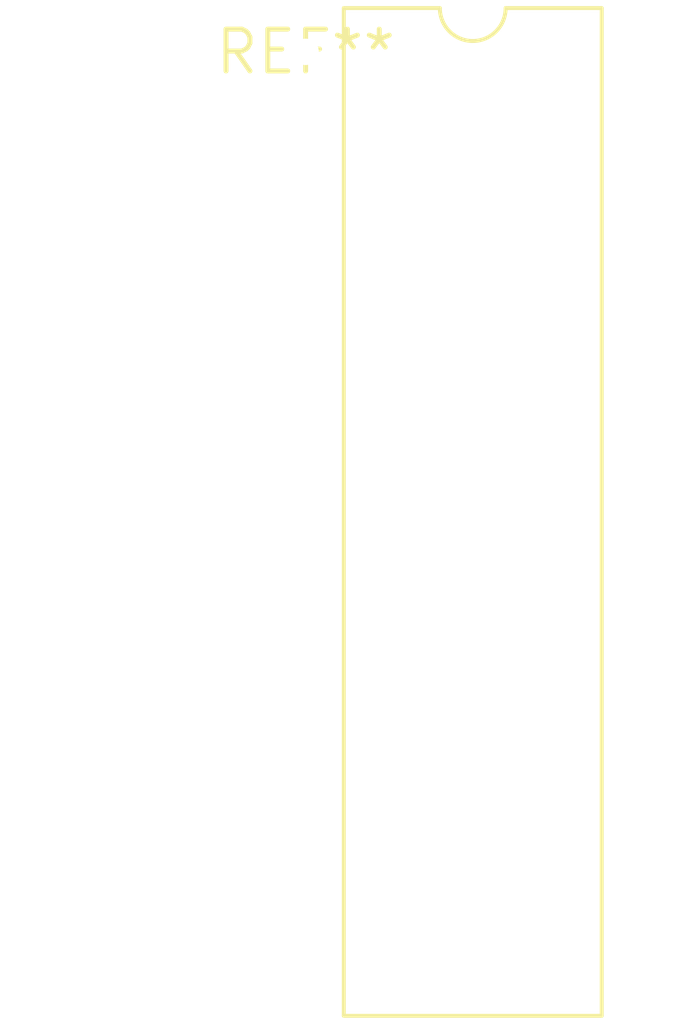
<source format=kicad_pcb>
(kicad_pcb (version 20240108) (generator pcbnew)
  (layers (0 "F.Cu" signal) (31 "B.Cu" signal) (34 "B.Paste" user) (35 "F.Paste" user) (36 "B.SilkS" user "B.Silkscreen") (37 "F.SilkS" user "F.Silkscreen") (38 "B.Mask" user) (39 "F.Mask" user) (44 "Edge.Cuts" user))
  (net 0 "")
  (footprint "DIP-24_W10.16mm" (layer "F.Cu") (at 0 0)
    (property "Reference" "REF**")
    (property "Value" "DIP-24_W10.16mm")
    (fp_line (start 1.16 -1.33) (end 1.16 29.27) (layer "F.SilkS") (stroke (width 0.12)))
    (fp_line (start 1.16 29.27) (end 9 29.27) (layer "F.SilkS") (stroke (width 0.12)))
    (fp_line (start 4.08 -1.33) (end 1.16 -1.33) (layer "F.SilkS") (stroke (width 0.12)))
    (fp_line (start 9 -1.33) (end 6.08 -1.33) (layer "F.SilkS") (stroke (width 0.12)))
    (fp_line (start 9 29.27) (end 9 -1.33) (layer "F.SilkS") (stroke (width 0.12)))
    (fp_arc (start 6.08 -1.33) (mid 5.08 -0.33) (end 4.08 -1.33) (layer "F.SilkS") (stroke (width 0.12)))
    (pad "1" thru_hole rect (at 0 0) (size 1.6 1.6) (drill 0.8) (layers *.Cu *.Mask) (remove_unused_layers))
    (pad "2" thru_hole oval (at 0 2.54) (size 1.6 1.6) (drill 0.8) (layers *.Cu *.Mask) (remove_unused_layers))
    (pad "3" thru_hole oval (at 0 5.08) (size 1.6 1.6) (drill 0.8) (layers *.Cu *.Mask) (remove_unused_layers))
    (pad "4" thru_hole oval (at 0 7.62) (size 1.6 1.6) (drill 0.8) (layers *.Cu *.Mask) (remove_unused_layers))
    (pad "5" thru_hole oval (at 0 10.16) (size 1.6 1.6) (drill 0.8) (layers *.Cu *.Mask) (remove_unused_layers))
    (pad "6" thru_hole oval (at 0 12.7) (size 1.6 1.6) (drill 0.8) (layers *.Cu *.Mask) (remove_unused_layers))
    (pad "7" thru_hole oval (at 0 15.24) (size 1.6 1.6) (drill 0.8) (layers *.Cu *.Mask) (remove_unused_layers))
    (pad "8" thru_hole oval (at 0 17.78) (size 1.6 1.6) (drill 0.8) (layers *.Cu *.Mask) (remove_unused_layers))
    (pad "9" thru_hole oval (at 0 20.32) (size 1.6 1.6) (drill 0.8) (layers *.Cu *.Mask) (remove_unused_layers))
    (pad "10" thru_hole oval (at 0 22.86) (size 1.6 1.6) (drill 0.8) (layers *.Cu *.Mask) (remove_unused_layers))
    (pad "11" thru_hole oval (at 0 25.4) (size 1.6 1.6) (drill 0.8) (layers *.Cu *.Mask) (remove_unused_layers))
    (pad "12" thru_hole oval (at 0 27.94) (size 1.6 1.6) (drill 0.8) (layers *.Cu *.Mask) (remove_unused_layers))
    (pad "13" thru_hole oval (at 10.16 27.94) (size 1.6 1.6) (drill 0.8) (layers *.Cu *.Mask) (remove_unused_layers))
    (pad "14" thru_hole oval (at 10.16 25.4) (size 1.6 1.6) (drill 0.8) (layers *.Cu *.Mask) (remove_unused_layers))
    (pad "15" thru_hole oval (at 10.16 22.86) (size 1.6 1.6) (drill 0.8) (layers *.Cu *.Mask) (remove_unused_layers))
    (pad "16" thru_hole oval (at 10.16 20.32) (size 1.6 1.6) (drill 0.8) (layers *.Cu *.Mask) (remove_unused_layers))
    (pad "17" thru_hole oval (at 10.16 17.78) (size 1.6 1.6) (drill 0.8) (layers *.Cu *.Mask) (remove_unused_layers))
    (pad "18" thru_hole oval (at 10.16 15.24) (size 1.6 1.6) (drill 0.8) (layers *.Cu *.Mask) (remove_unused_layers))
    (pad "19" thru_hole oval (at 10.16 12.7) (size 1.6 1.6) (drill 0.8) (layers *.Cu *.Mask) (remove_unused_layers))
    (pad "20" thru_hole oval (at 10.16 10.16) (size 1.6 1.6) (drill 0.8) (layers *.Cu *.Mask) (remove_unused_layers))
    (pad "21" thru_hole oval (at 10.16 7.62) (size 1.6 1.6) (drill 0.8) (layers *.Cu *.Mask) (remove_unused_layers))
    (pad "22" thru_hole oval (at 10.16 5.08) (size 1.6 1.6) (drill 0.8) (layers *.Cu *.Mask) (remove_unused_layers))
    (pad "23" thru_hole oval (at 10.16 2.54) (size 1.6 1.6) (drill 0.8) (layers *.Cu *.Mask) (remove_unused_layers))
    (pad "24" thru_hole oval (at 10.16 0) (size 1.6 1.6) (drill 0.8) (layers *.Cu *.Mask) (remove_unused_layers))
  )
)
</source>
